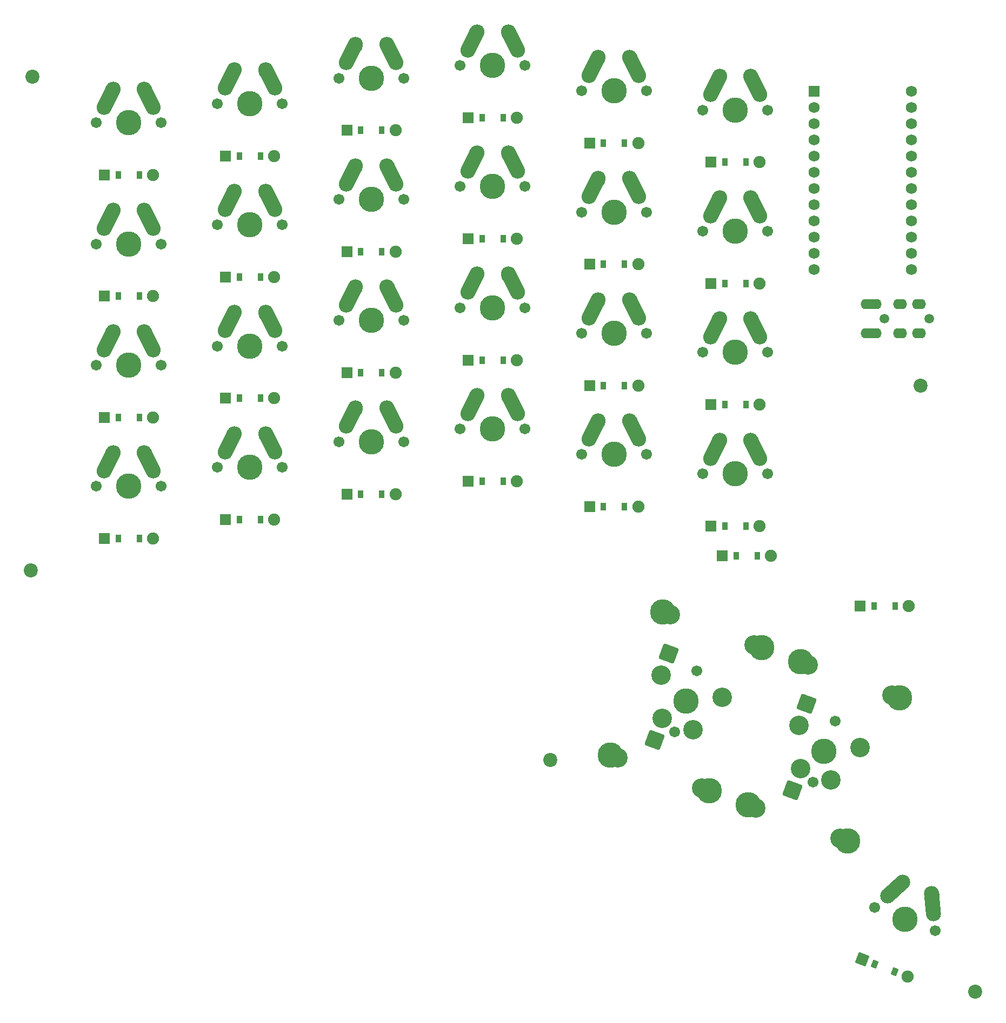
<source format=gbr>
%TF.GenerationSoftware,KiCad,Pcbnew,(6.0.8)*%
%TF.CreationDate,2022-12-10T14:26:34-07:00*%
%TF.ProjectId,scaarix_flow,73636161-7269-4785-9f66-6c6f772e6b69,v1.0.0*%
%TF.SameCoordinates,Original*%
%TF.FileFunction,Soldermask,Bot*%
%TF.FilePolarity,Negative*%
%FSLAX46Y46*%
G04 Gerber Fmt 4.6, Leading zero omitted, Abs format (unit mm)*
G04 Created by KiCad (PCBNEW (6.0.8)) date 2022-12-10 14:26:34*
%MOMM*%
%LPD*%
G01*
G04 APERTURE LIST*
G04 Aperture macros list*
%AMRoundRect*
0 Rectangle with rounded corners*
0 $1 Rounding radius*
0 $2 $3 $4 $5 $6 $7 $8 $9 X,Y pos of 4 corners*
0 Add a 4 corners polygon primitive as box body*
4,1,4,$2,$3,$4,$5,$6,$7,$8,$9,$2,$3,0*
0 Add four circle primitives for the rounded corners*
1,1,$1+$1,$2,$3*
1,1,$1+$1,$4,$5*
1,1,$1+$1,$6,$7*
1,1,$1+$1,$8,$9*
0 Add four rect primitives between the rounded corners*
20,1,$1+$1,$2,$3,$4,$5,0*
20,1,$1+$1,$4,$5,$6,$7,0*
20,1,$1+$1,$6,$7,$8,$9,0*
20,1,$1+$1,$8,$9,$2,$3,0*%
%AMHorizOval*
0 Thick line with rounded ends*
0 $1 width*
0 $2 $3 position (X,Y) of the first rounded end (center of the circle)*
0 $4 $5 position (X,Y) of the second rounded end (center of the circle)*
0 Add line between two ends*
20,1,$1,$2,$3,$4,$5,0*
0 Add two circle primitives to create the rounded ends*
1,1,$1,$2,$3*
1,1,$1,$4,$5*%
%AMRotRect*
0 Rectangle, with rotation*
0 The origin of the aperture is its center*
0 $1 length*
0 $2 width*
0 $3 Rotation angle, in degrees counterclockwise*
0 Add horizontal line*
21,1,$1,$2,0,0,$3*%
G04 Aperture macros list end*
%ADD10C,1.500000*%
%ADD11O,2.200000X1.600000*%
%ADD12R,1.752600X1.752600*%
%ADD13C,1.752600*%
%ADD14C,3.987800*%
%ADD15C,1.701800*%
%ADD16C,2.350000*%
%ADD17HorizOval,2.350000X-0.713917X-1.431895X0.713917X1.431895X0*%
%ADD18HorizOval,2.350000X-0.713917X1.431895X0.713917X-1.431895X0*%
%ADD19C,1.905000*%
%ADD20R,0.900000X1.200000*%
%ADD21R,1.778000X1.778000*%
%ADD22C,3.048000*%
%ADD23HorizOval,2.350000X-1.179644X-1.080944X1.179644X1.080944X0*%
%ADD24HorizOval,2.350000X-0.153353X1.592634X0.153353X-1.592634X0*%
%ADD25C,2.200000*%
%ADD26RotRect,0.900000X1.200000X339.000000*%
%ADD27RotRect,1.778000X1.778000X339.000000*%
%ADD28RoundRect,0.254000X-0.607235X1.302220X-1.302220X-0.607235X0.607235X-1.302220X1.302220X0.607235X0*%
G04 APERTURE END LIST*
D10*
%TO.C, *%
X263778500Y-103111500D03*
X270778500Y-103111500D03*
D11*
X261078500Y-105411500D03*
X261078500Y-100811500D03*
X262178500Y-100811500D03*
X262178500Y-105411500D03*
X266178500Y-100811500D03*
X266178500Y-105411500D03*
X269178500Y-100811500D03*
X269178500Y-105411500D03*
%TD*%
D12*
%TO.C,MCU1*%
X252758500Y-67441500D03*
D13*
X252758500Y-69981500D03*
X252758500Y-72521500D03*
X252758500Y-75061500D03*
X252758500Y-77601500D03*
X252758500Y-80141500D03*
X252758500Y-82681500D03*
X252758500Y-85221500D03*
X252758500Y-87761500D03*
X252758500Y-90301500D03*
X252758500Y-92841500D03*
X252758500Y-95381500D03*
X267998500Y-67441500D03*
X267998500Y-69981500D03*
X267998500Y-72521500D03*
X267998500Y-75061500D03*
X267998500Y-77601500D03*
X267998500Y-80141500D03*
X267998500Y-82681500D03*
X267998500Y-85221500D03*
X267998500Y-87761500D03*
X267998500Y-90301500D03*
X267998500Y-92841500D03*
X267998500Y-95381500D03*
%TD*%
D14*
%TO.C,S18*%
X221378500Y-105411500D03*
D15*
X216298500Y-105411500D03*
X226458500Y-105411500D03*
D16*
X218838500Y-100331500D03*
D17*
X218215487Y-101573845D03*
D16*
X223918500Y-100331500D03*
D18*
X224541513Y-101573845D03*
%TD*%
D15*
%TO.C,S7*%
X159298500Y-88411500D03*
D14*
X164378500Y-88411500D03*
D15*
X169458500Y-88411500D03*
D16*
X161838500Y-83331500D03*
D17*
X161215487Y-84573845D03*
D18*
X167541513Y-84573845D03*
D16*
X166918500Y-83331500D03*
%TD*%
D15*
%TO.C,S4*%
X150458500Y-72411500D03*
D14*
X145378500Y-72411500D03*
D15*
X140298500Y-72411500D03*
D16*
X142838500Y-67331500D03*
D17*
X142215487Y-68573845D03*
D18*
X148541513Y-68573845D03*
D16*
X147918500Y-67331500D03*
%TD*%
D14*
%TO.C,S22*%
X240378500Y-108411500D03*
D15*
X235298500Y-108411500D03*
X245458500Y-108411500D03*
D16*
X237838500Y-103331500D03*
D17*
X237215487Y-104573845D03*
D18*
X243541513Y-104573845D03*
D16*
X242918500Y-103331500D03*
%TD*%
D14*
%TO.C,S13*%
X202378500Y-120411500D03*
D15*
X207458500Y-120411500D03*
X197298500Y-120411500D03*
D17*
X199215487Y-116573845D03*
D16*
X199838500Y-115331500D03*
D18*
X205541513Y-116573845D03*
D16*
X204918500Y-115331500D03*
%TD*%
D19*
%TO.C,D19*%
X225188500Y-94611500D03*
D20*
X219728500Y-94611500D03*
D21*
X217568500Y-94611500D03*
D20*
X223028500Y-94611500D03*
%TD*%
%TO.C,D4*%
X143728500Y-80611500D03*
D19*
X149188500Y-80611500D03*
D20*
X147028500Y-80611500D03*
D21*
X141568500Y-80611500D03*
%TD*%
D15*
%TO.C,S11*%
X188458500Y-84411500D03*
D14*
X183378500Y-84411500D03*
D15*
X178298500Y-84411500D03*
D17*
X180215487Y-80573845D03*
D16*
X180838500Y-79331500D03*
D18*
X186541513Y-80573845D03*
D16*
X185918500Y-79331500D03*
%TD*%
D15*
%TO.C,S8*%
X169458500Y-69411500D03*
X159298500Y-69411500D03*
D14*
X164378500Y-69411500D03*
D16*
X161838500Y-64331500D03*
D17*
X161215487Y-65573845D03*
D16*
X166918500Y-64331500D03*
D18*
X167541513Y-65573845D03*
%TD*%
D19*
%TO.C,D21*%
X244188500Y-135611500D03*
D20*
X238728500Y-135611500D03*
X242028500Y-135611500D03*
D21*
X236568500Y-135611500D03*
%TD*%
D19*
%TO.C,D16*%
X206188500Y-71611500D03*
D20*
X200728500Y-71611500D03*
D21*
X198568500Y-71611500D03*
D20*
X204028500Y-71611500D03*
%TD*%
D15*
%TO.C,S17*%
X216298500Y-124411500D03*
D14*
X221378500Y-124411500D03*
D15*
X226458500Y-124411500D03*
D17*
X218215487Y-120573845D03*
D16*
X218838500Y-119331500D03*
D18*
X224541513Y-120573845D03*
D16*
X223918500Y-119331500D03*
%TD*%
D20*
%TO.C,D5*%
X162728500Y-134611500D03*
D19*
X168188500Y-134611500D03*
D20*
X166028500Y-134611500D03*
D21*
X160568500Y-134611500D03*
%TD*%
D19*
%TO.C,D7*%
X168188500Y-96611500D03*
D20*
X162728500Y-96611500D03*
X166028500Y-96611500D03*
D21*
X160568500Y-96611500D03*
%TD*%
D14*
%TO.C,S12*%
X183378500Y-65411500D03*
D15*
X178298500Y-65411500D03*
X188458500Y-65411500D03*
D16*
X180838500Y-60331500D03*
D17*
X180215487Y-61573845D03*
D18*
X186541513Y-61573845D03*
D16*
X185918500Y-60331500D03*
%TD*%
D20*
%TO.C,D2*%
X143728500Y-118611500D03*
D19*
X149188500Y-118611500D03*
D20*
X147028500Y-118611500D03*
D21*
X141568500Y-118611500D03*
%TD*%
D14*
%TO.C,S10*%
X183378500Y-103411500D03*
D15*
X178298500Y-103411500D03*
X188458500Y-103411500D03*
D16*
X180838500Y-98331500D03*
D17*
X180215487Y-99573845D03*
D16*
X185918500Y-98331500D03*
D18*
X186541513Y-99573845D03*
%TD*%
D15*
%TO.C,S6*%
X159298500Y-107411500D03*
X169458500Y-107411500D03*
D14*
X164378500Y-107411500D03*
D16*
X161838500Y-102331500D03*
D17*
X161215487Y-103573845D03*
D16*
X166918500Y-102331500D03*
D18*
X167541513Y-103573845D03*
%TD*%
D19*
%TO.C,D14*%
X206188500Y-109611500D03*
D20*
X200728500Y-109611500D03*
X204028500Y-109611500D03*
D21*
X198568500Y-109611500D03*
%TD*%
D20*
%TO.C,D20*%
X219728500Y-75611500D03*
D19*
X225188500Y-75611500D03*
D21*
X217568500Y-75611500D03*
D20*
X223028500Y-75611500D03*
%TD*%
D15*
%TO.C,S2*%
X140298500Y-110411500D03*
D14*
X145378500Y-110411500D03*
D15*
X150458500Y-110411500D03*
D16*
X142838500Y-105331500D03*
D17*
X142215487Y-106573845D03*
D16*
X147918500Y-105331500D03*
D18*
X148541513Y-106573845D03*
%TD*%
D20*
%TO.C,D13*%
X200728500Y-128611500D03*
D19*
X206188500Y-128611500D03*
D20*
X204028500Y-128611500D03*
D21*
X198568500Y-128611500D03*
%TD*%
D15*
%TO.C,S20*%
X226458500Y-67411500D03*
D14*
X221378500Y-67411500D03*
D15*
X216298500Y-67411500D03*
D16*
X218838500Y-62331500D03*
D17*
X218215487Y-63573845D03*
D18*
X224541513Y-63573845D03*
D16*
X223918500Y-62331500D03*
%TD*%
D22*
%TO.C,S26*%
X255361152Y-175419816D03*
D14*
X242437230Y-179365530D03*
D22*
X259919799Y-170321499D03*
X256758145Y-184577917D03*
D14*
X250603303Y-156929429D03*
D15*
X256014891Y-166197217D03*
D14*
X254277429Y-170970856D03*
D15*
X252539967Y-175744495D03*
D22*
X264924218Y-162141816D03*
%TD*%
D19*
%TO.C,D17*%
X225188500Y-132611500D03*
D20*
X219728500Y-132611500D03*
X223028500Y-132611500D03*
D21*
X217568500Y-132611500D03*
%TD*%
D15*
%TO.C,S19*%
X216298500Y-86411500D03*
D14*
X221378500Y-86411500D03*
D15*
X226458500Y-86411500D03*
D17*
X218215487Y-82573845D03*
D16*
X218838500Y-81331500D03*
D18*
X224541513Y-82573845D03*
D16*
X223918500Y-81331500D03*
%TD*%
D15*
%TO.C,S15*%
X207458500Y-82411500D03*
D14*
X202378500Y-82411500D03*
D15*
X197298500Y-82411500D03*
D17*
X199215487Y-78573845D03*
D16*
X199838500Y-77331500D03*
D18*
X205541513Y-78573845D03*
D16*
X204918500Y-77331500D03*
%TD*%
D14*
%TO.C,S27*%
X266978500Y-197245274D03*
D15*
X271721089Y-199065783D03*
X262235911Y-195424765D03*
D23*
X265400865Y-192528992D03*
D16*
X266427715Y-191592431D03*
D24*
X271306720Y-194796038D03*
D16*
X271170303Y-193412940D03*
%TD*%
D19*
%TO.C,D6*%
X168188500Y-115611500D03*
D20*
X162728500Y-115611500D03*
X166028500Y-115611500D03*
D21*
X160568500Y-115611500D03*
%TD*%
D19*
%TO.C,D18*%
X225188500Y-113611500D03*
D20*
X219728500Y-113611500D03*
D21*
X217568500Y-113611500D03*
D20*
X223028500Y-113611500D03*
%TD*%
%TO.C,D11*%
X181728500Y-92611500D03*
D19*
X187188500Y-92611500D03*
D20*
X185028500Y-92611500D03*
D21*
X179568500Y-92611500D03*
%TD*%
D15*
%TO.C,S21*%
X235298500Y-127411500D03*
X245458500Y-127411500D03*
D14*
X240378500Y-127411500D03*
D16*
X237838500Y-122331500D03*
D17*
X237215487Y-123573845D03*
D18*
X243541513Y-123573845D03*
D16*
X242918500Y-122331500D03*
%TD*%
D25*
%TO.C, *%
X269378500Y-113611500D03*
%TD*%
D14*
%TO.C,S9*%
X183378500Y-122411500D03*
D15*
X178298500Y-122411500D03*
X188458500Y-122411500D03*
D16*
X180838500Y-117331500D03*
D17*
X180215487Y-118573845D03*
D18*
X186541513Y-118573845D03*
D16*
X185918500Y-117331500D03*
%TD*%
D19*
%TO.C,D22*%
X244188500Y-116611500D03*
D20*
X238728500Y-116611500D03*
X242028500Y-116611500D03*
D21*
X236568500Y-116611500D03*
%TD*%
D25*
%TO.C, *%
X130078500Y-142611500D03*
%TD*%
D20*
%TO.C,D12*%
X181728500Y-73611500D03*
D19*
X187188500Y-73611500D03*
D20*
X185028500Y-73611500D03*
D21*
X179568500Y-73611500D03*
%TD*%
%TO.C,D25*%
X238355570Y-140311500D03*
D20*
X243815570Y-140311500D03*
D19*
X245975570Y-140311500D03*
D20*
X240515570Y-140311500D03*
%TD*%
%TO.C,D26*%
X265428500Y-148177964D03*
D21*
X259968500Y-148177964D03*
D19*
X267588500Y-148177964D03*
D20*
X262128500Y-148177964D03*
%TD*%
D14*
%TO.C,S23*%
X240378500Y-89411500D03*
D15*
X235298500Y-89411500D03*
X245458500Y-89411500D03*
D16*
X237838500Y-84331500D03*
D17*
X237215487Y-85573845D03*
D18*
X243541513Y-85573845D03*
D16*
X242918500Y-84331500D03*
%TD*%
D25*
%TO.C, *%
X277978500Y-208611500D03*
%TD*%
D20*
%TO.C,D15*%
X200728500Y-90611500D03*
D19*
X206188500Y-90611500D03*
D21*
X198568500Y-90611500D03*
D20*
X204028500Y-90611500D03*
%TD*%
%TO.C,D23*%
X238728500Y-97611500D03*
D19*
X244188500Y-97611500D03*
D21*
X236568500Y-97611500D03*
D20*
X242028500Y-97611500D03*
%TD*%
%TO.C,D24*%
X238728500Y-78611500D03*
D19*
X244188500Y-78611500D03*
D21*
X236568500Y-78611500D03*
D20*
X242028500Y-78611500D03*
%TD*%
D25*
%TO.C, *%
X211378500Y-172311500D03*
%TD*%
D15*
%TO.C,S16*%
X207458500Y-63411500D03*
D14*
X202378500Y-63411500D03*
D15*
X197298500Y-63411500D03*
D17*
X199215487Y-59573845D03*
D16*
X199838500Y-58331500D03*
D18*
X205541513Y-59573845D03*
D16*
X204918500Y-58331500D03*
%TD*%
D14*
%TO.C,S5*%
X164378500Y-126411500D03*
D15*
X169458500Y-126411500D03*
X159298500Y-126411500D03*
D17*
X161215487Y-122573845D03*
D16*
X161838500Y-121331500D03*
D18*
X167541513Y-122573845D03*
D16*
X166918500Y-121331500D03*
%TD*%
D19*
%TO.C,D27*%
X267350154Y-206266016D03*
D26*
X262252805Y-204309327D03*
X265333621Y-205491941D03*
D27*
X260236272Y-203535252D03*
%TD*%
D15*
%TO.C,S1*%
X140298500Y-129411500D03*
D14*
X145378500Y-129411500D03*
D15*
X150458500Y-129411500D03*
D17*
X142215487Y-125573845D03*
D16*
X142838500Y-124331500D03*
X147918500Y-124331500D03*
D18*
X148541513Y-125573845D03*
%TD*%
D25*
%TO.C, *%
X130278500Y-65211500D03*
%TD*%
D14*
%TO.C,S25*%
X228990373Y-149062966D03*
D15*
X234401961Y-158330754D03*
D14*
X232664499Y-163104393D03*
X220824300Y-171499067D03*
D22*
X238306869Y-162455036D03*
X235145215Y-176711454D03*
X243311288Y-154275353D03*
X233748222Y-167553353D03*
D15*
X230927037Y-167878032D03*
%TD*%
D14*
%TO.C,S14*%
X202378500Y-101411500D03*
D15*
X197298500Y-101411500D03*
X207458500Y-101411500D03*
D16*
X199838500Y-96331500D03*
D17*
X199215487Y-97573845D03*
D18*
X205541513Y-97573845D03*
D16*
X204918500Y-96331500D03*
%TD*%
D20*
%TO.C,D8*%
X162728500Y-77611500D03*
D19*
X168188500Y-77611500D03*
D21*
X160568500Y-77611500D03*
D20*
X166028500Y-77611500D03*
%TD*%
%TO.C,D10*%
X181728500Y-111611500D03*
D19*
X187188500Y-111611500D03*
D21*
X179568500Y-111611500D03*
D20*
X185028500Y-111611500D03*
%TD*%
%TO.C,D9*%
X181728500Y-130611500D03*
D19*
X187188500Y-130611500D03*
D21*
X179568500Y-130611500D03*
D20*
X185028500Y-130611500D03*
%TD*%
%TO.C,D1*%
X143728500Y-137611500D03*
D19*
X149188500Y-137611500D03*
D21*
X141568500Y-137611500D03*
D20*
X147028500Y-137611500D03*
%TD*%
%TO.C,D3*%
X143728500Y-99611500D03*
D19*
X149188500Y-99611500D03*
D21*
X141568500Y-99611500D03*
D20*
X147028500Y-99611500D03*
%TD*%
D15*
%TO.C,S3*%
X150458500Y-91411500D03*
X140298500Y-91411500D03*
D14*
X145378500Y-91411500D03*
D17*
X142215487Y-87573845D03*
D16*
X142838500Y-86331500D03*
D18*
X148541513Y-87573845D03*
D16*
X147918500Y-86331500D03*
%TD*%
D14*
%TO.C,S24*%
X240378500Y-70411500D03*
D15*
X245458500Y-70411500D03*
X235298500Y-70411500D03*
D17*
X237215487Y-66573845D03*
D16*
X237838500Y-65331500D03*
X242918500Y-65331500D03*
D18*
X243541513Y-66573845D03*
%TD*%
D14*
%TO.C,S26*%
X257951555Y-185012283D03*
D15*
X256014891Y-166197217D03*
D22*
X250587513Y-173682354D03*
D14*
X266117628Y-162576182D03*
D22*
X243630640Y-179799896D03*
X250372522Y-166846574D03*
D14*
X254277429Y-170970856D03*
D22*
X251796713Y-157363795D03*
D15*
X252539967Y-175744495D03*
D28*
X251588745Y-163505027D03*
X249371289Y-177023901D03*
%TD*%
D14*
%TO.C,S25*%
X232664499Y-163104393D03*
X236338625Y-177145820D03*
D15*
X234401961Y-158330754D03*
D22*
X228759592Y-158980111D03*
X222017710Y-171933433D03*
D15*
X230927037Y-167878032D03*
D14*
X244504698Y-154709719D03*
D22*
X228974583Y-165815891D03*
X230183783Y-149497332D03*
D28*
X229975815Y-155638564D03*
X227758359Y-169157438D03*
%TD*%
M02*

</source>
